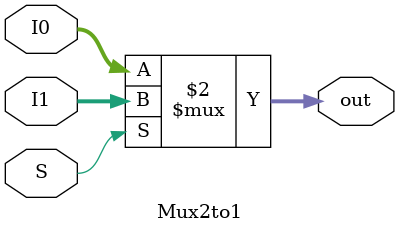
<source format=v>

module Mux2to1 ( I0,
				 I1,
				 S,
				 out);

	parameter bit_size = 16;

	input  [bit_size-1:0] I0;
	input  [bit_size-1:0] I1;
	input  S;

	output [bit_size-1:0] out;
  
	/* implement Mux2to1 */
	/* if( S==0 )
            assign out = I0 ;
        else
            assign out = I1 ;*/
	 assign out = (S==0)?I0:I1 ;

endmodule






</source>
